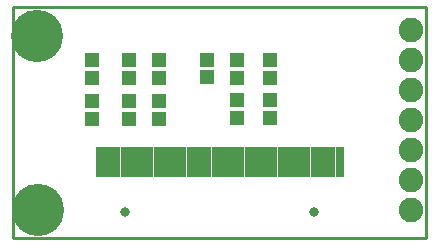
<source format=gbs>
G04 EAGLE Gerber RS-274X export*
G75*
%MOMM*%
%FSLAX34Y34*%
%LPD*%
%INSoldermask Bottom*%
%IPPOS*%
%AMOC8*
5,1,8,0,0,1.08239X$1,22.5*%
G01*
%ADD10R,0.756400X2.606400*%
%ADD11C,0.806400*%
%ADD12R,1.306400X1.306400*%
%ADD13C,2.082800*%
%ADD14C,4.422400*%
%ADD15C,0.254000*%


D10*
X73509Y63927D03*
X80509Y63927D03*
X87509Y63927D03*
X94509Y63927D03*
X101509Y63927D03*
X108509Y63927D03*
X115509Y63927D03*
X122509Y63927D03*
X129509Y63927D03*
X136509Y63927D03*
X143509Y63927D03*
X150509Y63927D03*
X157509Y63927D03*
X164509Y63927D03*
X171509Y63927D03*
X178509Y63927D03*
X185509Y63927D03*
X192509Y63927D03*
X199509Y63927D03*
X206509Y63927D03*
X213509Y63927D03*
X220509Y63927D03*
X227509Y63927D03*
X234509Y63927D03*
X241509Y63927D03*
X248509Y63927D03*
X255509Y63927D03*
X262509Y63927D03*
X269509Y63927D03*
X276509Y63927D03*
D11*
X95009Y21427D03*
X255009Y21427D03*
D12*
X124000Y115500D03*
X124000Y100500D03*
X124000Y135500D03*
X124000Y150500D03*
X164600Y135700D03*
X164600Y150700D03*
X190000Y135500D03*
X190000Y150500D03*
X190000Y116500D03*
X190000Y101500D03*
X67000Y115500D03*
X67000Y100500D03*
X98000Y115500D03*
X98000Y100500D03*
X218000Y116500D03*
X218000Y101500D03*
X98000Y135500D03*
X98000Y150500D03*
X218000Y150500D03*
X218000Y135500D03*
X67000Y135500D03*
X67000Y150500D03*
D13*
X336663Y23450D03*
X336663Y48850D03*
X336663Y74250D03*
X336663Y99650D03*
X336663Y125050D03*
X336663Y150450D03*
X336663Y175850D03*
D14*
X21000Y23000D03*
X20000Y171000D03*
D15*
X0Y0D02*
X350000Y0D01*
X350000Y195000D01*
X0Y195000D01*
X0Y0D01*
M02*

</source>
